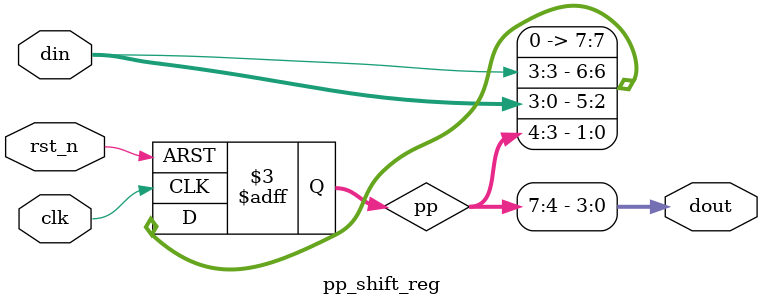
<source format=sv>
/**
 * @file pp_shift_reg.sv
 * @brief Shift register with parameterized width for partial products.
 *
 * @author Ivan Biundo
 * @date 01/03/2025
 */
module pp_shift_reg #(
    parameter int WIDTH = 8
) (
    input  logic clk,
    input  logic rst_n,
    input  logic [(WIDTH/2)-1:0] din,
    output logic [(WIDTH/2)-1:0] dout
);
  reg [WIDTH-1:0] pp;

  always_ff @(posedge clk or negedge rst_n) begin
    if (!rst_n) begin
      pp <= 'h0;
    end else begin
      pp <= {4'(din[(WIDTH/2)-1]), din, pp[WIDTH/2-1:4]};
    end
  end
  assign dout = pp[WIDTH-1:WIDTH/2];
endmodule

</source>
